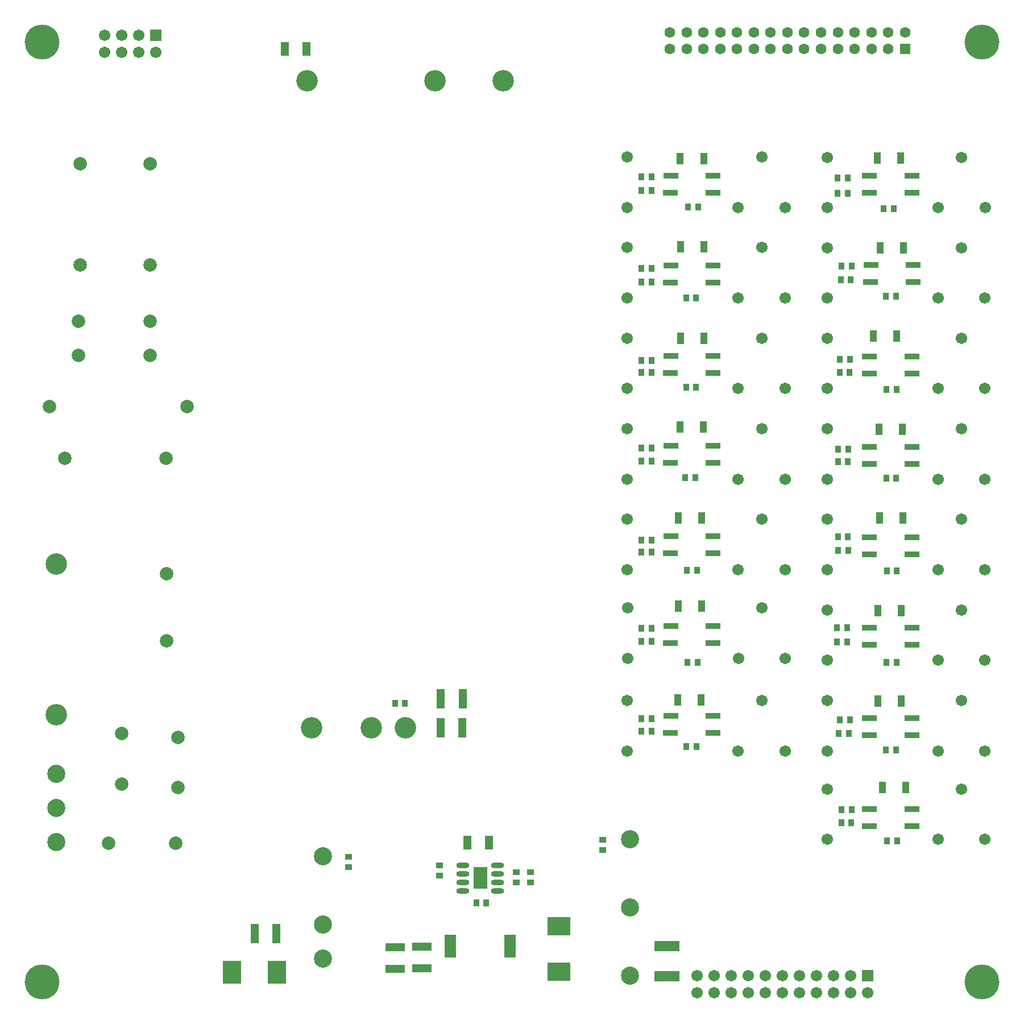
<source format=gbs>
G04*
G04 #@! TF.GenerationSoftware,Altium Limited,Altium Designer,23.10.1 (27)*
G04*
G04 Layer_Color=16711935*
%FSLAX25Y25*%
%MOIN*%
G70*
G04*
G04 #@! TF.SameCoordinates,11ED35D2-EC07-4038-AA85-49FD2C925FBF*
G04*
G04*
G04 #@! TF.FilePolarity,Negative*
G04*
G01*
G75*
%ADD17R,0.04147X0.03556*%
%ADD20C,0.20485*%
%ADD21R,0.06299X0.06299*%
%ADD22C,0.06299*%
%ADD23C,0.06706*%
%ADD24C,0.07887*%
%ADD25R,0.06706X0.06706*%
%ADD26C,0.10642*%
%ADD27C,0.12611*%
%ADD55R,0.10642X0.13792*%
%ADD56R,0.11430X0.04737*%
%ADD57R,0.07099X0.13398*%
%ADD58R,0.03556X0.04147*%
%ADD59R,0.08800X0.03800*%
%ADD60R,0.04343X0.06706*%
%ADD61R,0.04737X0.07887*%
%ADD62O,0.07690X0.03162*%
%ADD63R,0.08280X0.12611*%
%ADD64R,0.14580X0.05918*%
%ADD65R,0.13792X0.10642*%
%ADD66R,0.04737X0.11430*%
D17*
X290000Y78194D02*
D03*
Y84100D02*
D03*
X298300Y84200D02*
D03*
Y78294D02*
D03*
X244800Y88105D02*
D03*
Y82200D02*
D03*
X191500Y87100D02*
D03*
Y93006D02*
D03*
X340600Y103206D02*
D03*
Y97300D02*
D03*
D20*
X11811Y570866D02*
D03*
Y19685D02*
D03*
X562992Y570866D02*
D03*
Y19685D02*
D03*
D21*
X517821Y566800D02*
D03*
D22*
Y576642D02*
D03*
X507979Y566800D02*
D03*
Y576642D02*
D03*
X498136Y566800D02*
D03*
Y576642D02*
D03*
X488294Y566800D02*
D03*
Y576642D02*
D03*
X478451Y566800D02*
D03*
Y576642D02*
D03*
X468609Y566800D02*
D03*
Y576642D02*
D03*
X458766Y566800D02*
D03*
Y576642D02*
D03*
X448924Y566800D02*
D03*
Y576642D02*
D03*
X439081Y566800D02*
D03*
Y576642D02*
D03*
X429239Y566800D02*
D03*
Y576642D02*
D03*
X419396Y566800D02*
D03*
Y576642D02*
D03*
X409554Y566800D02*
D03*
Y576642D02*
D03*
X399711Y566800D02*
D03*
Y576642D02*
D03*
X389869Y566800D02*
D03*
Y576642D02*
D03*
X380026Y566800D02*
D03*
Y576642D02*
D03*
D23*
X551040Y503228D02*
D03*
X564820Y473700D02*
D03*
X537261D02*
D03*
X472300D02*
D03*
Y503228D02*
D03*
X550980Y450305D02*
D03*
X564759Y420777D02*
D03*
X537200D02*
D03*
X472239D02*
D03*
Y450305D02*
D03*
X550980Y397209D02*
D03*
X564759Y367682D02*
D03*
X537200D02*
D03*
X472239D02*
D03*
Y397209D02*
D03*
X550980Y344114D02*
D03*
X564759Y314586D02*
D03*
X537200D02*
D03*
X472239D02*
D03*
Y344114D02*
D03*
Y291018D02*
D03*
Y261491D02*
D03*
X537200D02*
D03*
X564759D02*
D03*
X550980Y291018D02*
D03*
Y237923D02*
D03*
X564759Y208395D02*
D03*
X537200D02*
D03*
X472239D02*
D03*
Y237923D02*
D03*
X550980Y184828D02*
D03*
X564759Y155300D02*
D03*
X537200D02*
D03*
X472239D02*
D03*
Y184828D02*
D03*
X550980Y132882D02*
D03*
X564759Y103355D02*
D03*
X537200D02*
D03*
X472239D02*
D03*
Y132882D02*
D03*
X355100Y184828D02*
D03*
Y155300D02*
D03*
X420061D02*
D03*
X447620D02*
D03*
X433840Y184828D02*
D03*
X355239Y239128D02*
D03*
Y209600D02*
D03*
X420200D02*
D03*
X447759D02*
D03*
X433980Y239128D02*
D03*
X355100Y291028D02*
D03*
Y261500D02*
D03*
X420061D02*
D03*
X447620D02*
D03*
X433840Y291028D02*
D03*
X355100Y344128D02*
D03*
Y314600D02*
D03*
X420061D02*
D03*
X447620D02*
D03*
X433840Y344128D02*
D03*
X355100Y397228D02*
D03*
Y367700D02*
D03*
X420061D02*
D03*
X447620D02*
D03*
X433840Y397228D02*
D03*
X355100Y503428D02*
D03*
Y473900D02*
D03*
X420061D02*
D03*
X447620D02*
D03*
X433840Y503428D02*
D03*
X355100Y450328D02*
D03*
Y420800D02*
D03*
X420061D02*
D03*
X447620D02*
D03*
X433840Y450328D02*
D03*
X396063Y13622D02*
D03*
Y23622D02*
D03*
X406063Y13622D02*
D03*
Y23622D02*
D03*
X416063Y13622D02*
D03*
Y23622D02*
D03*
X426063Y13622D02*
D03*
Y23622D02*
D03*
X436063Y13622D02*
D03*
Y23622D02*
D03*
X446063Y13622D02*
D03*
Y23622D02*
D03*
X456063Y13622D02*
D03*
Y23622D02*
D03*
X466063Y13622D02*
D03*
Y23622D02*
D03*
X476063Y13622D02*
D03*
Y23622D02*
D03*
X486063Y13622D02*
D03*
Y23622D02*
D03*
X496063Y13622D02*
D03*
X48740Y564803D02*
D03*
Y574803D02*
D03*
X58740Y564803D02*
D03*
Y574803D02*
D03*
X68740Y564803D02*
D03*
Y574803D02*
D03*
X78740Y564803D02*
D03*
X268800Y80700D02*
D03*
D24*
X16226Y357200D02*
D03*
X96935D02*
D03*
X25426Y326900D02*
D03*
X84481D02*
D03*
X51026Y101100D02*
D03*
X90396D02*
D03*
X75400Y499355D02*
D03*
Y440300D02*
D03*
X58626Y135900D02*
D03*
Y165428D02*
D03*
X75252Y387000D02*
D03*
X33126D02*
D03*
Y407000D02*
D03*
X75252D02*
D03*
X91526Y163228D02*
D03*
Y133700D02*
D03*
X85100Y259170D02*
D03*
Y219800D02*
D03*
X34126Y440300D02*
D03*
Y499355D02*
D03*
D25*
X496063Y23622D02*
D03*
X78740Y574803D02*
D03*
D26*
X356600Y103400D02*
D03*
Y63400D02*
D03*
Y23400D02*
D03*
X176600Y33400D02*
D03*
Y53400D02*
D03*
Y93400D02*
D03*
X20426Y141800D02*
D03*
Y121800D02*
D03*
Y101800D02*
D03*
D27*
X282385Y548013D02*
D03*
X242385D02*
D03*
X167385D02*
D03*
X169826Y168800D02*
D03*
X204865D02*
D03*
X224865D02*
D03*
X20200Y176600D02*
D03*
Y264789D02*
D03*
D55*
X149700Y25400D02*
D03*
X123125D02*
D03*
D56*
X219100Y40195D02*
D03*
Y27400D02*
D03*
X234600Y40495D02*
D03*
Y27700D02*
D03*
D57*
X286400Y40700D02*
D03*
X251361D02*
D03*
D58*
X363394Y166800D02*
D03*
X369300D02*
D03*
X389595Y157700D02*
D03*
X395500D02*
D03*
X363394Y219600D02*
D03*
X369300D02*
D03*
X390300Y207300D02*
D03*
X396205D02*
D03*
X363394Y271800D02*
D03*
X369300D02*
D03*
X389995Y261300D02*
D03*
X395900D02*
D03*
X363394Y325300D02*
D03*
X369300D02*
D03*
X389100Y315400D02*
D03*
X395005D02*
D03*
X363394Y384200D02*
D03*
X369300D02*
D03*
X363394Y377100D02*
D03*
X369300D02*
D03*
X389494Y368500D02*
D03*
X395400D02*
D03*
X389500Y420700D02*
D03*
X395406D02*
D03*
X363394Y438000D02*
D03*
X369300D02*
D03*
X363394Y430000D02*
D03*
X369300D02*
D03*
X390700Y474000D02*
D03*
X396605D02*
D03*
X363394Y491900D02*
D03*
X369300D02*
D03*
X363394Y483900D02*
D03*
X369300D02*
D03*
X480594Y120882D02*
D03*
X486500D02*
D03*
X480500Y113182D02*
D03*
X486406D02*
D03*
X507400Y102400D02*
D03*
X513306D02*
D03*
X485505Y173500D02*
D03*
X479600D02*
D03*
X485000Y165500D02*
D03*
X479095D02*
D03*
X512605Y155900D02*
D03*
X506700D02*
D03*
X478094Y227600D02*
D03*
X484000D02*
D03*
X477894Y219300D02*
D03*
X483800D02*
D03*
X507000Y207100D02*
D03*
X512906D02*
D03*
X478594Y272700D02*
D03*
X484500D02*
D03*
X507195Y260800D02*
D03*
X513100D02*
D03*
X478594Y332100D02*
D03*
X484500D02*
D03*
X478495Y324900D02*
D03*
X484400D02*
D03*
X506795Y315300D02*
D03*
X512700D02*
D03*
X507094Y367100D02*
D03*
X513000D02*
D03*
X512600Y421900D02*
D03*
X506695D02*
D03*
X486105Y431400D02*
D03*
X480200D02*
D03*
X511300Y473100D02*
D03*
X505395D02*
D03*
X484300Y491100D02*
D03*
X478395D02*
D03*
X484305Y482300D02*
D03*
X478400D02*
D03*
X486506Y439400D02*
D03*
X480600D02*
D03*
X272400Y66100D02*
D03*
X266494D02*
D03*
X484400Y280700D02*
D03*
X478495D02*
D03*
X369300Y174100D02*
D03*
X363394D02*
D03*
X369300Y227100D02*
D03*
X363394D02*
D03*
X369300Y278800D02*
D03*
X363394D02*
D03*
X369300Y332900D02*
D03*
X363394D02*
D03*
X485400Y377300D02*
D03*
X479494D02*
D03*
X485600Y384900D02*
D03*
X479695D02*
D03*
X218800Y183200D02*
D03*
X224706D02*
D03*
D59*
X405400Y175700D02*
D03*
X380400Y165700D02*
D03*
X405400D02*
D03*
X380500Y175700D02*
D03*
X405400Y228500D02*
D03*
X380400Y218500D02*
D03*
X405400D02*
D03*
X380500Y228500D02*
D03*
X405400Y334100D02*
D03*
X380400Y324100D02*
D03*
X405400D02*
D03*
X380500Y334100D02*
D03*
X405400Y386900D02*
D03*
X380400Y376900D02*
D03*
X405400D02*
D03*
X380500Y386900D02*
D03*
X405400Y439700D02*
D03*
X380400Y429700D02*
D03*
X405400D02*
D03*
X380500Y439700D02*
D03*
X405400Y492500D02*
D03*
X380400Y482500D02*
D03*
X405400D02*
D03*
X380500Y492500D02*
D03*
X522000Y121300D02*
D03*
X497000Y111300D02*
D03*
X522000D02*
D03*
X497100Y121300D02*
D03*
Y174329D02*
D03*
X522000Y164329D02*
D03*
X497000D02*
D03*
X522000Y174329D02*
D03*
Y227357D02*
D03*
X497000Y217357D02*
D03*
X522000D02*
D03*
X497100Y227357D02*
D03*
X522000Y280386D02*
D03*
X497000Y270386D02*
D03*
X522000D02*
D03*
X497100Y280386D02*
D03*
X522000Y333414D02*
D03*
X497000Y323414D02*
D03*
X522000D02*
D03*
X497100Y333414D02*
D03*
X522000Y386443D02*
D03*
X497000Y376443D02*
D03*
X522000D02*
D03*
X497100Y386443D02*
D03*
X497800Y440000D02*
D03*
X522700Y430000D02*
D03*
X497700D02*
D03*
X522700Y440000D02*
D03*
X497100Y492500D02*
D03*
X522000Y482500D02*
D03*
X497000D02*
D03*
X522000Y492500D02*
D03*
X405400Y281300D02*
D03*
X380400Y271300D02*
D03*
X405400D02*
D03*
X380500Y281300D02*
D03*
D60*
X384910Y240200D02*
D03*
X398690D02*
D03*
X386310Y397000D02*
D03*
X400090D02*
D03*
X501810Y237600D02*
D03*
X515590D02*
D03*
X501610Y502900D02*
D03*
X515390D02*
D03*
X499321Y398600D02*
D03*
X513100D02*
D03*
X502610Y343700D02*
D03*
X516390D02*
D03*
X502910Y291900D02*
D03*
X516690D02*
D03*
X516990Y450300D02*
D03*
X503210D02*
D03*
X501821Y184400D02*
D03*
X515600D02*
D03*
X504510Y133782D02*
D03*
X518290D02*
D03*
X386010Y502400D02*
D03*
X399790D02*
D03*
X386210Y450700D02*
D03*
X399990D02*
D03*
X385910Y345100D02*
D03*
X399690D02*
D03*
X384910Y291800D02*
D03*
X398690D02*
D03*
X384610Y185000D02*
D03*
X398390D02*
D03*
D61*
X261200Y101600D02*
D03*
X273995D02*
D03*
X154205Y566800D02*
D03*
X167000D02*
D03*
D62*
X258564Y73200D02*
D03*
Y78200D02*
D03*
Y83200D02*
D03*
Y88200D02*
D03*
X279036Y73200D02*
D03*
Y78200D02*
D03*
Y83200D02*
D03*
Y88200D02*
D03*
D63*
X268800Y80700D02*
D03*
D64*
X378200Y40716D02*
D03*
Y23000D02*
D03*
D65*
X315000Y25900D02*
D03*
Y52475D02*
D03*
D66*
X245705Y185800D02*
D03*
X258500D02*
D03*
X245600Y168700D02*
D03*
X258395D02*
D03*
X149295Y48200D02*
D03*
X136500D02*
D03*
M02*

</source>
